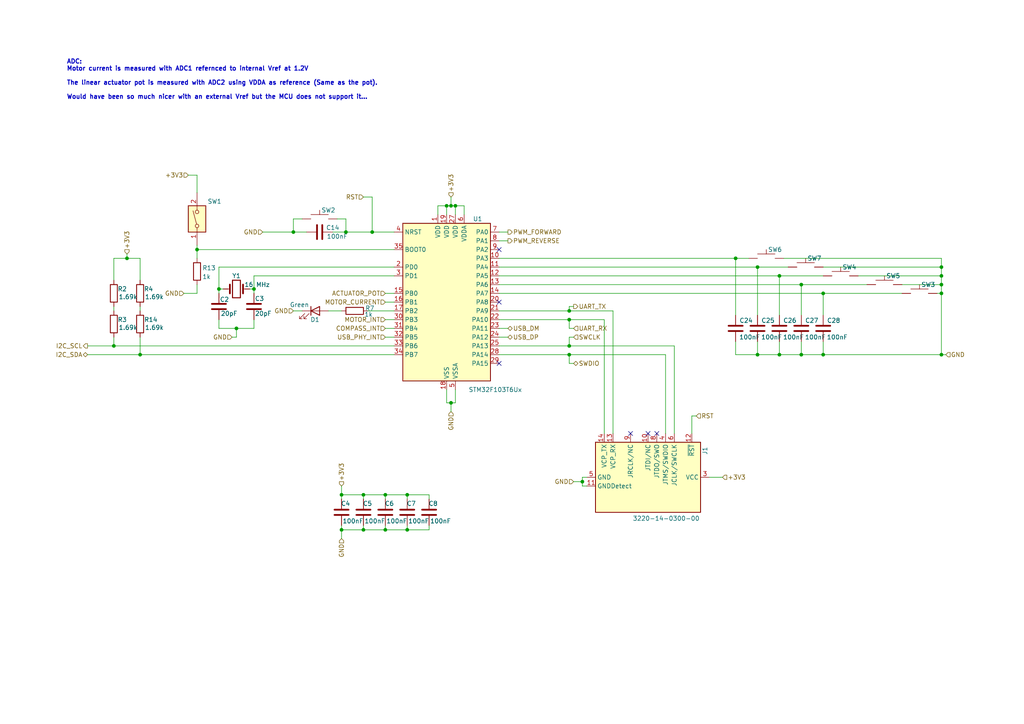
<source format=kicad_sch>
(kicad_sch (version 20231120) (generator "eeschema") (generator_version "8.0")
  (paper "A4")
  (title_block (title "Processor") (date "2024-07-27") (rev "A"))
  (lib_symbols
    (symbol "Connector:Conn_ST_STDC14"
      (property "Reference" "J" (at -8.89 16.51 0))
      (property "Value" "Conn_ST_STDC14" (at 17.78 16.51 0))
      (symbol "Conn_ST_STDC14_0_1"
        (rectangle (start -10.16 15.24) (end 10.16 -15.24) (stroke (width 0.254)) (fill (type background)))
      )
      (symbol "Conn_ST_STDC14_1_1"
        (pin no_connect line (at -10.16 5.08 0) (length 2.54) hide (name "NC") (number "1"))
        (pin output line (at 12.7 0 180) (length 2.54) (name "JTDI/NC") (number "10"))
        (pin passive line (at -2.54 -17.78 90) (length 2.54) (name "GNDDetect") (number "11"))
        (pin open_collector line (at 12.7 12.7 180) (length 2.54) (name "~{RST}") (number "12"))
        (pin output line (at 12.7 -10.16 180) (length 2.54) (name "VCP_RX") (number "13"))
        (pin input line (at 12.7 -12.7 180) (length 2.54) (name "VCP_TX") (number "14"))
        (pin no_connect line (at -10.16 2.54 0) (length 2.54) hide (name "NC") (number "2"))
        (pin power_in line (at 0 17.78 270) (length 2.54) (name "VCC") (number "3"))
        (pin bidirectional line (at 12.7 5.08 180) (length 2.54) (name "JTMS/SWDIO") (number "4"))
        (pin power_in line (at 0 -17.78 90) (length 2.54) (name "GND") (number "5"))
        (pin output line (at 12.7 7.62 180) (length 2.54) (name "JCLK/SWCLK") (number "6"))
        (pin passive line (at 0 -17.78 90) (length 2.54) hide (name "GND") (number "7"))
        (pin input line (at 12.7 2.54 180) (length 2.54) (name "JTDO/SWO") (number "8"))
        (pin input line (at 12.7 -5.08 180) (length 2.54) (name "JRCLK/NC") (number "9"))
      )
    )
    (symbol "Device:C" (pin_numbers hide) (pin_names (offset 0.254))
      (property "Reference" "C" (at 0.635 2.54 0))
      (property "Value" "C" (at 0.635 -2.54 0))
      (symbol "C_0_1"
        (polyline (pts (xy -2.032 -0.762) (xy 2.032 -0.762)) (stroke (width 0.508)))
        (polyline (pts (xy -2.032 0.762) (xy 2.032 0.762)) (stroke (width 0.508)))
      )
      (symbol "C_1_1"
        (pin passive line (at 0 3.81 270) (length 2.794) (name "~") (number "1"))
        (pin passive line (at 0 -3.81 90) (length 2.794) (name "~") (number "2"))
      )
    )
    (symbol "Device:Crystal" (pin_numbers hide) (pin_names (offset 1.016) hide)
      (property "Reference" "Y" (at 0 3.81 0))
      (property "Value" "Crystal" (at 0 -3.81 0))
      (symbol "Crystal_0_1"
        (rectangle (start -1.143 2.54) (end 1.143 -2.54) (stroke (width 0.3048)))
        (polyline (pts (xy -2.54 0) (xy -1.905 0)))
        (polyline (pts (xy -1.905 -1.27) (xy -1.905 1.27)) (stroke (width 0.508)))
        (polyline (pts (xy 1.905 -1.27) (xy 1.905 1.27)) (stroke (width 0.508)))
        (polyline (pts (xy 2.54 0) (xy 1.905 0)))
      )
      (symbol "Crystal_1_1"
        (pin passive line (at -3.81 0 0) (length 1.27) (name "1") (number "1"))
        (pin passive line (at 3.81 0 180) (length 1.27) (name "2") (number "2"))
      )
    )
    (symbol "Device:LED" (pin_numbers hide) (pin_names (offset 1.016) hide)
      (property "Reference" "D" (at 0 2.54 0))
      (property "Value" "LED" (at 0 -2.54 0))
      (symbol "LED_0_1"
        (polyline (pts (xy -1.27 -1.27) (xy -1.27 1.27)) (stroke (width 0.254)))
        (polyline (pts (xy -1.27 0) (xy 1.27 0)))
        (polyline (pts (xy 1.27 -1.27) (xy 1.27 1.27) (xy -1.27 0) (xy 1.27 -1.27)) (stroke (width 0.254)))
        (polyline (pts (xy -3.048 -0.762) (xy -4.572 -2.286) (xy -3.81 -2.286) (xy -4.572 -2.286) (xy -4.572 -1.524)))
        (polyline (pts (xy -1.778 -0.762) (xy -3.302 -2.286) (xy -2.54 -2.286) (xy -3.302 -2.286) (xy -3.302 -1.524)))
      )
      (symbol "LED_1_1"
        (pin passive line (at -3.81 0 0) (length 2.54) (name "K") (number "1"))
        (pin passive line (at 3.81 0 180) (length 2.54) (name "A") (number "2"))
      )
    )
    (symbol "Device:R" (pin_numbers hide) (pin_names (offset 0))
      (property "Reference" "R" (at 2.032 0 90))
      (property "Value" "R" (at 0 0 90))
      (symbol "R_0_1"
        (rectangle (start -1.016 -2.54) (end 1.016 2.54) (stroke (width 0.254)))
      )
      (symbol "R_1_1"
        (pin passive line (at 0 3.81 270) (length 1.27) (name "~") (number "1"))
        (pin passive line (at 0 -3.81 90) (length 1.27) (name "~") (number "2"))
      )
    )
    (symbol "MCU_ST_STM32F1:STM32F103T6Ux"
      (property "Reference" "U" (at -12.7 24.13 0))
      (property "Value" "STM32F103T6Ux" (at 7.62 24.13 0))
      (symbol "STM32F103T6Ux_0_1"
        (rectangle (start -12.7 -22.86) (end 12.7 22.86) (stroke (width 0.254)) (fill (type background)))
      )
      (symbol "STM32F103T6Ux_1_1"
        (pin power_in line (at -2.54 25.4 270) (length 2.54) (name "VDD") (number "1"))
        (pin bidirectional line (at 15.24 12.7 180) (length 2.54) (name "PA3") (number "10"))
        (pin bidirectional line (at 15.24 10.16 180) (length 2.54) (name "PA4") (number "11"))
        (pin bidirectional line (at 15.24 7.62 180) (length 2.54) (name "PA5") (number "12"))
        (pin bidirectional line (at 15.24 5.08 180) (length 2.54) (name "PA6") (number "13"))
        (pin bidirectional line (at 15.24 2.54 180) (length 2.54) (name "PA7") (number "14"))
        (pin bidirectional line (at -15.24 2.54 0) (length 2.54) (name "PB0") (number "15"))
        (pin bidirectional line (at -15.24 0 0) (length 2.54) (name "PB1") (number "16"))
        (pin bidirectional line (at -15.24 -2.54 0) (length 2.54) (name "PB2") (number "17"))
        (pin power_in line (at 0 -25.4 90) (length 2.54) (name "VSS") (number "18"))
        (pin power_in line (at 0 25.4 270) (length 2.54) (name "VDD") (number "19"))
        (pin bidirectional line (at -15.24 10.16 0) (length 2.54) (name "PD0") (number "2"))
        (pin bidirectional line (at 15.24 0 180) (length 2.54) (name "PA8") (number "20"))
        (pin bidirectional line (at 15.24 -2.54 180) (length 2.54) (name "PA9") (number "21"))
        (pin bidirectional line (at 15.24 -5.08 180) (length 2.54) (name "PA10") (number "22"))
        (pin bidirectional line (at 15.24 -7.62 180) (length 2.54) (name "PA11") (number "23"))
        (pin bidirectional line (at 15.24 -10.16 180) (length 2.54) (name "PA12") (number "24"))
        (pin bidirectional line (at 15.24 -12.7 180) (length 2.54) (name "PA13") (number "25"))
        (pin passive line (at 0 -25.4 90) (length 2.54) hide (name "VSS") (number "26"))
        (pin power_in line (at 2.54 25.4 270) (length 2.54) (name "VDD") (number "27"))
        (pin bidirectional line (at 15.24 -15.24 180) (length 2.54) (name "PA14") (number "28"))
        (pin bidirectional line (at 15.24 -17.78 180) (length 2.54) (name "PA15") (number "29"))
        (pin bidirectional line (at -15.24 7.62 0) (length 2.54) (name "PD1") (number "3"))
        (pin bidirectional line (at -15.24 -5.08 0) (length 2.54) (name "PB3") (number "30"))
        (pin bidirectional line (at -15.24 -7.62 0) (length 2.54) (name "PB4") (number "31"))
        (pin bidirectional line (at -15.24 -10.16 0) (length 2.54) (name "PB5") (number "32"))
        (pin bidirectional line (at -15.24 -12.7 0) (length 2.54) (name "PB6") (number "33"))
        (pin bidirectional line (at -15.24 -15.24 0) (length 2.54) (name "PB7") (number "34"))
        (pin input line (at -15.24 15.24 0) (length 2.54) (name "BOOT0") (number "35"))
        (pin passive line (at 0 -25.4 90) (length 2.54) hide (name "VSS") (number "36"))
        (pin passive line (at 0 -25.4 90) (length 2.54) hide (name "VSS") (number "37"))
        (pin input line (at -15.24 20.32 0) (length 2.54) (name "NRST") (number "4"))
        (pin power_in line (at 2.54 -25.4 90) (length 2.54) (name "VSSA") (number "5"))
        (pin power_in line (at 5.08 25.4 270) (length 2.54) (name "VDDA") (number "6"))
        (pin bidirectional line (at 15.24 20.32 180) (length 2.54) (name "PA0") (number "7"))
        (pin bidirectional line (at 15.24 17.78 180) (length 2.54) (name "PA1") (number "8"))
        (pin bidirectional line (at 15.24 15.24 180) (length 2.54) (name "PA2") (number "9"))
      )
    )
    (symbol "NyaCentralenheten:Switch" (pin_numbers hide) (pin_names hide)
      (property "Reference" "SW" (at 2.54 2.54 0))
      (symbol "Switch_0_1"
        (polyline (pts (xy -2.54 1.27) (xy 2.54 1.27)))
        (polyline (pts (xy 0 1.27) (xy 0 2.54)))
      )
      (symbol "Switch_1_1"
        (pin passive line (at -5.08 0 0) (length 2.54) (name "") (number "1"))
        (pin passive line (at 5.08 0 180) (length 2.54) (name "") (number "2"))
      )
    )
    (symbol "Switch:SW_DIP_x01" (pin_names (offset 0) hide)
      (property "Reference" "SW" (at 0 3.81 0))
      (property "Value" "SW_DIP_x01" (at 0 -3.81 0))
      (symbol "SW_DIP_x01_0_0"
        (circle (center -2.032 0) (radius 0.508))
        (polyline (pts (xy -1.524 0.127) (xy 2.3622 1.1684)))
        (circle (center 2.032 0) (radius 0.508))
      )
      (symbol "SW_DIP_x01_0_1"
        (rectangle (start -3.81 2.54) (end 3.81 -2.54) (stroke (width 0.254)) (fill (type background)))
      )
      (symbol "SW_DIP_x01_1_1"
        (pin passive line (at -7.62 0 0) (length 5.08) (name "~") (number "1"))
        (pin passive line (at 7.62 0 180) (length 5.08) (name "~") (number "2"))
      )
    )
  )
  (junction (at 273.05 82.55))
  (junction (at 99.06 143.51))
  (junction (at 238.76 102.87))
  (junction (at 36.83 74.93))
  (junction (at 132.08 59.69))
  (junction (at 165.1 100.33))
  (junction (at 68.58 95.25))
  (junction (at 107.95 67.31))
  (junction (at 273.05 102.87))
  (junction (at 111.76 143.51))
  (junction (at 238.76 85.09))
  (junction (at 273.05 85.09))
  (junction (at 85.09 67.31))
  (junction (at 168.91 139.7))
  (junction (at 232.41 82.55))
  (junction (at 226.06 102.87))
  (junction (at 129.54 59.69))
  (junction (at 40.64 102.87))
  (junction (at 118.11 153.67))
  (junction (at 111.76 153.67))
  (junction (at 100.33 67.31))
  (junction (at 232.41 102.87))
  (junction (at 273.05 80.01))
  (junction (at 105.41 153.67))
  (junction (at 226.06 80.01))
  (junction (at 130.81 59.69))
  (junction (at 165.1 92.71))
  (junction (at 105.41 143.51))
  (junction (at 73.66 83.82))
  (junction (at 165.1 90.17))
  (junction (at 273.05 77.47))
  (junction (at 99.06 153.67))
  (junction (at 130.81 116.84))
  (junction (at 219.71 77.47))
  (junction (at 57.15 72.39))
  (junction (at 63.5 83.82))
  (junction (at 219.71 102.87))
  (junction (at 33.02 100.33))
  (junction (at 213.36 74.93))
  (junction (at 118.11 143.51))
  (junction (at 165.1 102.87))
  (no_connect (at 182.88 125.73))
  (no_connect (at 190.5 125.73))
  (no_connect (at 144.78 72.39))
  (no_connect (at 144.78 87.63))
  (no_connect (at 144.78 105.41))
  (no_connect (at 187.96 125.73))
  (wire (pts (xy 144.78 69.85) (xy 147.32 69.85)))
  (wire (pts (xy 200.66 120.65) (xy 200.66 125.73)))
  (wire (pts (xy 96.52 67.31) (xy 100.33 67.31)))
  (wire (pts (xy 226.06 102.87) (xy 232.41 102.87)))
  (wire (pts (xy 111.76 153.67) (xy 118.11 153.67)))
  (wire (pts (xy 168.91 138.43) (xy 168.91 139.7)))
  (wire (pts (xy 68.58 97.79) (xy 68.58 95.25)))
  (wire (pts (xy 134.62 59.69) (xy 134.62 62.23)))
  (wire (pts (xy 100.33 67.31) (xy 107.95 67.31)))
  (wire (pts (xy 232.41 82.55) (xy 251.46 82.55)))
  (wire (pts (xy 63.5 92.71) (xy 63.5 95.25)))
  (wire (pts (xy 132.08 59.69) (xy 132.08 62.23)))
  (wire (pts (xy 144.78 100.33) (xy 165.1 100.33)))
  (wire (pts (xy 238.76 85.09) (xy 261.62 85.09)))
  (wire (pts (xy 144.78 67.31) (xy 147.32 67.31)))
  (wire (pts (xy 273.05 102.87) (xy 274.32 102.87)))
  (wire (pts (xy 124.46 152.4) (xy 124.46 153.67)))
  (wire (pts (xy 226.06 80.01) (xy 226.06 91.44)))
  (wire (pts (xy 25.4 100.33) (xy 33.02 100.33)))
  (wire (pts (xy 25.4 102.87) (xy 40.64 102.87)))
  (wire (pts (xy 99.06 143.51) (xy 99.06 144.78)))
  (wire (pts (xy 127 59.69) (xy 129.54 59.69)))
  (wire (pts (xy 144.78 80.01) (xy 226.06 80.01)))
  (wire (pts (xy 105.41 57.15) (xy 107.95 57.15)))
  (wire (pts (xy 232.41 102.87) (xy 238.76 102.87)))
  (wire (pts (xy 219.71 77.47) (xy 219.71 91.44)))
  (wire (pts (xy 144.78 95.25) (xy 147.32 95.25)))
  (wire (pts (xy 118.11 143.51) (xy 124.46 143.51)))
  (wire (pts (xy 165.1 92.71) (xy 175.26 92.71)))
  (wire (pts (xy 232.41 99.06) (xy 232.41 102.87)))
  (wire (pts (xy 97.79 63.5) (xy 100.33 63.5)))
  (wire (pts (xy 129.54 59.69) (xy 129.54 62.23)))
  (wire (pts (xy 129.54 116.84) (xy 130.81 116.84)))
  (wire (pts (xy 195.58 100.33) (xy 195.58 125.73)))
  (wire (pts (xy 273.05 74.93) (xy 273.05 77.47)))
  (wire (pts (xy 36.83 74.93) (xy 40.64 74.93)))
  (wire (pts (xy 130.81 116.84) (xy 132.08 116.84)))
  (wire (pts (xy 105.41 144.78) (xy 105.41 143.51)))
  (wire (pts (xy 111.76 143.51) (xy 118.11 143.51)))
  (wire (pts (xy 144.78 77.47) (xy 219.71 77.47)))
  (wire (pts (xy 33.02 88.9) (xy 33.02 90.17)))
  (wire (pts (xy 57.15 50.8) (xy 57.15 55.88)))
  (wire (pts (xy 111.76 87.63) (xy 114.3 87.63)))
  (wire (pts (xy 170.18 138.43) (xy 168.91 138.43)))
  (wire (pts (xy 40.64 88.9) (xy 40.64 90.17)))
  (wire (pts (xy 193.04 102.87) (xy 193.04 125.73)))
  (wire (pts (xy 107.95 57.15) (xy 107.95 67.31)))
  (wire (pts (xy 63.5 77.47) (xy 63.5 83.82)))
  (wire (pts (xy 73.66 95.25) (xy 73.66 92.71)))
  (wire (pts (xy 232.41 82.55) (xy 232.41 91.44)))
  (wire (pts (xy 57.15 82.55) (xy 57.15 85.09)))
  (wire (pts (xy 54.61 50.8) (xy 57.15 50.8)))
  (wire (pts (xy 88.9 67.31) (xy 85.09 67.31)))
  (wire (pts (xy 248.92 80.01) (xy 273.05 80.01)))
  (wire (pts (xy 124.46 144.78) (xy 124.46 143.51)))
  (wire (pts (xy 165.1 95.25) (xy 166.37 95.25)))
  (wire (pts (xy 144.78 90.17) (xy 165.1 90.17)))
  (wire (pts (xy 213.36 102.87) (xy 219.71 102.87)))
  (wire (pts (xy 132.08 113.03) (xy 132.08 116.84)))
  (wire (pts (xy 111.76 143.51) (xy 111.76 144.78)))
  (wire (pts (xy 144.78 85.09) (xy 238.76 85.09)))
  (wire (pts (xy 40.64 74.93) (xy 40.64 81.28)))
  (wire (pts (xy 85.09 63.5) (xy 87.63 63.5)))
  (wire (pts (xy 130.81 116.84) (xy 130.81 119.38)))
  (wire (pts (xy 219.71 99.06) (xy 219.71 102.87)))
  (wire (pts (xy 63.5 85.09) (xy 63.5 83.82)))
  (wire (pts (xy 111.76 92.71) (xy 114.3 92.71)))
  (wire (pts (xy 53.34 85.09) (xy 57.15 85.09)))
  (wire (pts (xy 73.66 80.01) (xy 114.3 80.01)))
  (wire (pts (xy 85.09 67.31) (xy 85.09 63.5)))
  (wire (pts (xy 118.11 153.67) (xy 124.46 153.67)))
  (wire (pts (xy 170.18 140.97) (xy 168.91 140.97)))
  (wire (pts (xy 107.95 67.31) (xy 114.3 67.31)))
  (wire (pts (xy 33.02 97.79) (xy 33.02 100.33)))
  (wire (pts (xy 129.54 113.03) (xy 129.54 116.84)))
  (wire (pts (xy 175.26 92.71) (xy 175.26 125.73)))
  (wire (pts (xy 57.15 72.39) (xy 57.15 71.12)))
  (wire (pts (xy 118.11 152.4) (xy 118.11 153.67)))
  (wire (pts (xy 165.1 100.33) (xy 195.58 100.33)))
  (wire (pts (xy 40.64 102.87) (xy 114.3 102.87)))
  (wire (pts (xy 165.1 90.17) (xy 177.8 90.17)))
  (wire (pts (xy 57.15 72.39) (xy 114.3 72.39)))
  (wire (pts (xy 72.39 83.82) (xy 73.66 83.82)))
  (wire (pts (xy 165.1 95.25) (xy 165.1 92.71)))
  (wire (pts (xy 238.76 77.47) (xy 273.05 77.47)))
  (wire (pts (xy 33.02 100.33) (xy 114.3 100.33)))
  (wire (pts (xy 144.78 92.71) (xy 165.1 92.71)))
  (wire (pts (xy 213.36 102.87) (xy 213.36 99.06)))
  (wire (pts (xy 127 62.23) (xy 127 59.69)))
  (wire (pts (xy 273.05 80.01) (xy 273.05 82.55)))
  (wire (pts (xy 238.76 99.06) (xy 238.76 102.87)))
  (wire (pts (xy 33.02 74.93) (xy 36.83 74.93)))
  (wire (pts (xy 105.41 152.4) (xy 105.41 153.67)))
  (wire (pts (xy 144.78 97.79) (xy 147.32 97.79)))
  (wire (pts (xy 238.76 102.87) (xy 273.05 102.87)))
  (wire (pts (xy 168.91 140.97) (xy 168.91 139.7)))
  (wire (pts (xy 144.78 102.87) (xy 165.1 102.87)))
  (wire (pts (xy 213.36 74.93) (xy 213.36 91.44)))
  (wire (pts (xy 130.81 57.15) (xy 130.81 59.69)))
  (wire (pts (xy 165.1 102.87) (xy 193.04 102.87)))
  (wire (pts (xy 111.76 152.4) (xy 111.76 153.67)))
  (wire (pts (xy 67.31 97.79) (xy 68.58 97.79)))
  (wire (pts (xy 132.08 59.69) (xy 134.62 59.69)))
  (wire (pts (xy 99.06 153.67) (xy 105.41 153.67)))
  (wire (pts (xy 73.66 83.82) (xy 73.66 80.01)))
  (wire (pts (xy 130.81 59.69) (xy 132.08 59.69)))
  (wire (pts (xy 129.54 59.69) (xy 130.81 59.69)))
  (wire (pts (xy 219.71 102.87) (xy 226.06 102.87)))
  (wire (pts (xy 219.71 77.47) (xy 228.6 77.47)))
  (wire (pts (xy 111.76 95.25) (xy 114.3 95.25)))
  (wire (pts (xy 118.11 144.78) (xy 118.11 143.51)))
  (wire (pts (xy 213.36 74.93) (xy 217.17 74.93)))
  (wire (pts (xy 63.5 95.25) (xy 68.58 95.25)))
  (wire (pts (xy 87.63 90.17) (xy 85.09 90.17)))
  (wire (pts (xy 100.33 63.5) (xy 100.33 67.31)))
  (wire (pts (xy 63.5 77.47) (xy 114.3 77.47)))
  (wire (pts (xy 76.2 67.31) (xy 85.09 67.31)))
  (wire (pts (xy 99.06 152.4) (xy 99.06 153.67)))
  (wire (pts (xy 105.41 143.51) (xy 111.76 143.51)))
  (wire (pts (xy 73.66 85.09) (xy 73.66 83.82)))
  (wire (pts (xy 99.06 90.17) (xy 95.25 90.17)))
  (wire (pts (xy 261.62 82.55) (xy 273.05 82.55)))
  (wire (pts (xy 165.1 97.79) (xy 166.37 97.79)))
  (wire (pts (xy 40.64 97.79) (xy 40.64 102.87)))
  (wire (pts (xy 111.76 97.79) (xy 114.3 97.79)))
  (wire (pts (xy 106.68 90.17) (xy 114.3 90.17)))
  (wire (pts (xy 99.06 143.51) (xy 105.41 143.51)))
  (wire (pts (xy 165.1 88.9) (xy 165.1 90.17)))
  (wire (pts (xy 238.76 85.09) (xy 238.76 91.44)))
  (wire (pts (xy 165.1 105.41) (xy 166.37 105.41)))
  (wire (pts (xy 226.06 80.01) (xy 238.76 80.01)))
  (wire (pts (xy 168.91 139.7) (xy 166.37 139.7)))
  (wire (pts (xy 33.02 74.93) (xy 33.02 81.28)))
  (wire (pts (xy 99.06 153.67) (xy 99.06 156.21)))
  (wire (pts (xy 73.66 95.25) (xy 68.58 95.25)))
  (wire (pts (xy 273.05 85.09) (xy 273.05 102.87)))
  (wire (pts (xy 99.06 140.97) (xy 99.06 143.51)))
  (wire (pts (xy 144.78 74.93) (xy 213.36 74.93)))
  (wire (pts (xy 165.1 102.87) (xy 165.1 105.41)))
  (wire (pts (xy 36.83 73.66) (xy 36.83 74.93)))
  (wire (pts (xy 57.15 72.39) (xy 57.15 74.93)))
  (wire (pts (xy 177.8 90.17) (xy 177.8 125.73)))
  (wire (pts (xy 111.76 85.09) (xy 114.3 85.09)))
  (wire (pts (xy 105.41 153.67) (xy 111.76 153.67)))
  (wire (pts (xy 165.1 88.9) (xy 166.37 88.9)))
  (wire (pts (xy 205.74 138.43) (xy 209.55 138.43)))
  (wire (pts (xy 144.78 82.55) (xy 232.41 82.55)))
  (wire (pts (xy 273.05 77.47) (xy 273.05 80.01)))
  (wire (pts (xy 64.77 83.82) (xy 63.5 83.82)))
  (wire (pts (xy 273.05 82.55) (xy 273.05 85.09)))
  (wire (pts (xy 227.33 74.93) (xy 273.05 74.93)))
  (wire (pts (xy 271.78 85.09) (xy 273.05 85.09)))
  (wire (pts (xy 226.06 99.06) (xy 226.06 102.87)))
  (wire (pts (xy 165.1 97.79) (xy 165.1 100.33)))
  (wire (pts (xy 201.93 120.65) (xy 200.66 120.65)))
  (text "ADC:\nMotor current is measured with ADC1 refernced to internal Vref at 1.2V\n\nThe linear actuator pot is measured with ADC2 using VDDA as reference (Same as the pot).\n\nWould have been so much nicer with an external Vref but the MCU does not support it..." (at 19.304 23.114 0) (effects (font (size 1.27 1.27) (thickness 0.254) (bold yes)) (justify left)))
  (hierarchical_label "GND" (shape input) (at 76.2 67.31 180))
  (hierarchical_label "+3V3" (shape input) (at 209.55 138.43 0))
  (hierarchical_label "PWM_REVERSE" (shape output) (at 147.32 69.85 0))
  (hierarchical_label "MOTOR_CURRENT" (shape input) (at 111.76 87.63 180))
  (hierarchical_label "PWM_FORWARD" (shape output) (at 147.32 67.31 0))
  (hierarchical_label "GND" (shape input) (at 53.34 85.09 180))
  (hierarchical_label "MOTOR_INT" (shape input) (at 111.76 92.71 180))
  (hierarchical_label "GND" (shape input) (at 85.09 90.17 180))
  (hierarchical_label "+3V3" (shape input) (at 36.83 73.66 90))
  (hierarchical_label "+3V3" (shape input) (at 54.61 50.8 180))
  (hierarchical_label "USB_PHY_INT" (shape input) (at 111.76 97.79 180))
  (hierarchical_label "UART_RX" (shape input) (at 166.37 95.25 0))
  (hierarchical_label "RST" (shape input) (at 105.41 57.15 180))
  (hierarchical_label "+3V3" (shape input) (at 99.06 140.97 90))
  (hierarchical_label "I2C_SCL" (shape output) (at 25.4 100.33 180))
  (hierarchical_label "I2C_SDA" (shape bidirectional) (at 25.4 102.87 180))
  (hierarchical_label "GND" (shape input) (at 130.81 119.38 270))
  (hierarchical_label "UART_TX" (shape output) (at 166.37 88.9 0))
  (hierarchical_label "GND" (shape input) (at 99.06 156.21 270))
  (hierarchical_label "COMPASS_INT" (shape input) (at 111.76 95.25 180))
  (hierarchical_label "+3V3" (shape input) (at 130.81 57.15 90))
  (hierarchical_label "RST" (shape input) (at 201.93 120.65 0))
  (hierarchical_label "GND" (shape input) (at 166.37 139.7 180))
  (hierarchical_label "USB_DM" (shape bidirectional) (at 147.32 95.25 0))
  (hierarchical_label "GND" (shape input) (at 274.32 102.87 0))
  (hierarchical_label "USB_DP" (shape bidirectional) (at 147.32 97.79 0))
  (hierarchical_label "SWCLK" (shape input) (at 166.37 97.79 0))
  (hierarchical_label "ACTUATOR_POT" (shape input) (at 111.76 85.09 180))
  (hierarchical_label "GND" (shape input) (at 67.31 97.79 180))
  (hierarchical_label "SWDIO" (shape bidirectional) (at 166.37 105.41 0))
  (symbol (lib_id "Device:C") (at 232.41 95.25 0) (unit 1)
    (property "Reference" "C27" (at 235.458 92.964 0))
    (property "Value" "100nF" (at 236.474 97.79 0))
    (property "Footprint" "Capacitor_SMD:C_0603_1608Metric" (effects (hide yes)))
    (property "Voltage" "25V" (effects (hide yes)))
  )
  (symbol (lib_id "NyaCentralenheten:Switch") (at 243.84 80.01 0) (unit 1)
    (property "Reference" "SW4" (at 246.38 77.47 0))
    (property "Value" "TS04-66-65-BK-160-SMT" (effects (hide yes)))
    (property "Footprint" "AutoTiller:TS04-66-65-BK-160-SMT" (effects (hide yes)))
    (property "Datasheet" "https://www.cuidevices.com/product/resource/ts04.pdf" (effects (hide yes)))
  )
  (symbol (lib_id "NyaCentralenheten:Switch") (at 222.25 74.93 0) (unit 1)
    (property "Reference" "SW6" (at 224.79 72.39 0))
    (property "Value" "TS04-66-65-BK-160-SMT" (effects (hide yes)))
    (property "Footprint" "AutoTiller:TS04-66-65-BK-160-SMT" (effects (hide yes)))
    (property "Datasheet" "https://www.cuidevices.com/product/resource/ts04.pdf" (effects (hide yes)))
  )
  (symbol (lib_id "Switch:SW_DIP_x01") (at 57.15 63.5 90) (unit 1)
    (property "Reference" "SW1" (at 62.23 58.42 90))
    (property "Value" "DS04-254-2L-01BK" (effects (hide yes)))
    (property "Footprint" "AutoTiller:DS04-254-2L-01BK" (effects (hide yes)))
    (property "Datasheet" "https://www.cuidevices.com/product/resource/ds04-254-smt.pdf" (effects (hide yes)))
  )
  (symbol (lib_id "Device:Crystal") (at 68.58 83.82 180) (unit 1)
    (property "Reference" "Y1" (at 67.31 80.01 0) (effects (justify right)))
    (property "Value" "16 MHz" (at 70.866 82.55 0) (effects (justify right)))
    (property "Footprint" "Crystal:Crystal_HC49-U_Vertical" (effects (hide yes)))
  )
  (symbol (lib_id "NyaCentralenheten:Switch") (at 92.71 63.5 0) (unit 1)
    (property "Reference" "SW2" (at 95.25 60.96 0))
    (property "Value" "TS04-66-65-BK-160-SMT" (effects (hide yes)))
    (property "Footprint" "AutoTiller:TS04-66-65-BK-160-SMT" (effects (hide yes)))
    (property "Datasheet" "https://www.cuidevices.com/product/resource/ts04.pdf" (effects (hide yes)))
  )
  (symbol (lib_id "Device:C") (at 105.41 148.59 0) (mirror y) (unit 1)
    (property "Reference" "C5" (at 107.95 146.05 0) (effects (justify left)))
    (property "Value" "100nF" (at 111.76 151.13 0) (effects (justify left)))
    (property "Footprint" "Capacitor_SMD:C_0603_1608Metric" (effects (hide yes)))
    (property "Voltage" "50V" (effects (hide yes)))
  )
  (symbol (lib_id "NyaCentralenheten:Switch") (at 256.54 82.55 0) (unit 1)
    (property "Reference" "SW5" (at 259.08 80.01 0))
    (property "Value" "TS04-66-65-BK-160-SMT" (effects (hide yes)))
    (property "Footprint" "AutoTiller:TS04-66-65-BK-160-SMT" (effects (hide yes)))
    (property "Datasheet" "https://www.cuidevices.com/product/resource/ts04.pdf" (effects (hide yes)))
  )
  (symbol (lib_id "Device:R") (at 40.64 93.98 180) (unit 1)
    (property "Reference" "R14" (at 45.72 92.71 0) (effects (justify left)))
    (property "Value" "1.69k" (at 47.498 94.996 0) (effects (justify left)))
    (property "Footprint" "Resistor_SMD:R_0603_1608Metric" (effects (hide yes)))
  )
  (symbol (lib_id "Device:R") (at 102.87 90.17 270) (unit 1)
    (property "Reference" "R7" (at 105.918 89.408 90) (effects (justify left)))
    (property "Value" "1k" (at 105.664 91.186 90) (effects (justify left)))
    (property "Footprint" "Resistor_SMD:R_0603_1608Metric" (effects (hide yes)))
  )
  (symbol (lib_id "NyaCentralenheten:Switch") (at 233.68 77.47 0) (unit 1)
    (property "Reference" "SW7" (at 236.22 74.93 0))
    (property "Value" "TS04-66-65-BK-160-SMT" (effects (hide yes)))
    (property "Footprint" "AutoTiller:TS04-66-65-BK-160-SMT" (effects (hide yes)))
    (property "Datasheet" "https://www.cuidevices.com/product/resource/ts04.pdf" (effects (hide yes)))
  )
  (symbol (lib_id "Device:C") (at 213.36 95.25 0) (unit 1)
    (property "Reference" "C24" (at 216.408 92.964 0))
    (property "Value" "100nF" (at 217.424 97.79 0))
    (property "Footprint" "Capacitor_SMD:C_0603_1608Metric" (effects (hide yes)))
    (property "Voltage" "25V" (effects (hide yes)))
  )
  (symbol (lib_id "Device:C") (at 99.06 148.59 0) (mirror y) (unit 1)
    (property "Reference" "C4" (at 101.6 146.05 0) (effects (justify left)))
    (property "Value" "100nF" (at 105.41 151.13 0) (effects (justify left)))
    (property "Footprint" "Capacitor_SMD:C_0603_1608Metric" (effects (hide yes)))
    (property "Voltage" "50V" (effects (hide yes)))
  )
  (symbol (lib_id "Device:C") (at 73.66 88.9 0) (mirror x) (unit 1)
    (property "Reference" "C3" (at 73.914 86.614 0) (effects (justify left)))
    (property "Value" "20pF" (at 73.914 90.932 0) (effects (justify left)))
    (property "Footprint" "Capacitor_SMD:C_0603_1608Metric" (effects (hide yes)))
    (property "Voltage" "50V" (effects (hide yes)))
  )
  (symbol (lib_id "Device:C") (at 118.11 148.59 0) (mirror y) (unit 1)
    (property "Reference" "C7" (at 120.65 146.05 0) (effects (justify left)))
    (property "Value" "100nF" (at 124.46 151.13 0) (effects (justify left)))
    (property "Footprint" "Capacitor_SMD:C_0603_1608Metric" (effects (hide yes)))
    (property "Voltage" "50V" (effects (hide yes)))
  )
  (symbol (lib_id "MCU_ST_STM32F1:STM32F103T6Ux") (at 129.54 87.63 0) (unit 1)
    (property "Reference" "U1" (at 137.16 63.5 0) (effects (justify left)))
    (property "Value" "STM32F103T6Ux" (at 135.89 113.03 0) (effects (justify left)))
    (property "Footprint" "Package_DFN_QFN:QFN-36-1EP_6x6mm_P0.5mm_EP4.1x4.1mm" (effects (hide yes)))
    (property "Datasheet" "https://www.st.com/resource/en/datasheet/stm32f103t6.pdf" (effects (hide yes)))
  )
  (symbol (lib_id "Device:C") (at 63.5 88.9 0) (mirror x) (unit 1)
    (property "Reference" "C2" (at 63.754 86.868 0) (effects (justify left)))
    (property "Value" "20pF" (at 64.008 90.932 0) (effects (justify left)))
    (property "Footprint" "Capacitor_SMD:C_0603_1608Metric" (effects (hide yes)))
    (property "Voltage" "50V" (effects (hide yes)))
  )
  (symbol (lib_id "Device:C") (at 219.71 95.25 0) (unit 1)
    (property "Reference" "C25" (at 222.758 92.964 0))
    (property "Value" "100nF" (at 223.774 97.79 0))
    (property "Footprint" "Capacitor_SMD:C_0603_1608Metric" (effects (hide yes)))
    (property "Voltage" "25V" (effects (hide yes)))
  )
  (symbol (lib_id "Device:R") (at 33.02 93.98 180) (unit 1)
    (property "Reference" "R3" (at 36.83 92.71 0) (effects (justify left)))
    (property "Value" "1.69k" (at 39.878 94.996 0) (effects (justify left)))
    (property "Footprint" "Resistor_SMD:R_0603_1608Metric" (effects (hide yes)))
  )
  (symbol (lib_id "Device:C") (at 124.46 148.59 0) (mirror y) (unit 1)
    (property "Reference" "C8" (at 127 146.05 0) (effects (justify left)))
    (property "Value" "100nF" (at 130.81 151.13 0) (effects (justify left)))
    (property "Footprint" "Capacitor_SMD:C_0603_1608Metric" (effects (hide yes)))
    (property "Voltage" "50V" (effects (hide yes)))
  )
  (symbol (lib_id "Device:C") (at 111.76 148.59 0) (mirror y) (unit 1)
    (property "Reference" "C6" (at 114.3 146.05 0) (effects (justify left)))
    (property "Value" "100nF" (at 118.11 151.13 0) (effects (justify left)))
    (property "Footprint" "Capacitor_SMD:C_0603_1608Metric" (effects (hide yes)))
    (property "Voltage" "50V" (effects (hide yes)))
  )
  (symbol (lib_id "Device:C") (at 92.71 67.31 90) (unit 1)
    (property "Reference" "C14" (at 96.52 66.04 90))
    (property "Value" "100nF" (at 97.79 68.58 90))
    (property "Footprint" "Capacitor_SMD:C_0603_1608Metric" (effects (hide yes)))
    (property "Voltage" "25V" (effects (hide yes)))
  )
  (symbol (lib_id "NyaCentralenheten:Switch") (at 266.7 85.09 0) (unit 1)
    (property "Reference" "SW3" (at 269.24 82.55 0))
    (property "Value" "TS04-66-65-BK-160-SMT" (effects (hide yes)))
    (property "Footprint" "AutoTiller:TS04-66-65-BK-160-SMT" (effects (hide yes)))
    (property "Datasheet" "https://www.cuidevices.com/product/resource/ts04.pdf" (effects (hide yes)))
  )
  (symbol (lib_id "Device:R") (at 33.02 85.09 180) (unit 1)
    (property "Reference" "R2" (at 36.83 83.82 0) (effects (justify left)))
    (property "Value" "1.69k" (at 39.878 86.106 0) (effects (justify left)))
    (property "Footprint" "Resistor_SMD:R_0603_1608Metric" (effects (hide yes)))
  )
  (symbol (lib_id "Device:R") (at 57.15 78.74 0) (unit 1)
    (property "Reference" "R13" (at 58.674 77.724 0) (effects (justify left)))
    (property "Value" "1k" (at 58.674 80.264 0) (effects (justify left)))
    (property "Footprint" "Resistor_SMD:R_0603_1608Metric" (effects (hide yes)))
  )
  (symbol (lib_id "Device:C") (at 238.76 95.25 0) (unit 1)
    (property "Reference" "C28" (at 241.808 92.964 0))
    (property "Value" "100nF" (at 242.824 97.79 0))
    (property "Footprint" "Capacitor_SMD:C_0603_1608Metric" (effects (hide yes)))
    (property "Voltage" "25V" (effects (hide yes)))
  )
  (symbol (lib_id "Device:LED") (at 91.44 90.17 0) (unit 1)
    (property "Reference" "D1" (at 92.71 92.71 0) (effects (justify right)))
    (property "Value" "Green" (at 89.662 88.392 0) (effects (justify right)))
    (property "Footprint" "LED_SMD:LED_0603_1608Metric" (effects (hide yes)))
    (property "Datasheet" "https://www.we-online.com/katalog/datasheet/150060VS75000.pdf" (effects (hide yes)))
    (property "MPN" "150060VS75000" (effects (hide yes)))
  )
  (symbol (lib_id "Device:C") (at 226.06 95.25 0) (unit 1)
    (property "Reference" "C26" (at 229.108 92.964 0))
    (property "Value" "100nF" (at 230.124 97.79 0))
    (property "Footprint" "Capacitor_SMD:C_0603_1608Metric" (effects (hide yes)))
    (property "Voltage" "25V" (effects (hide yes)))
  )
  (symbol (lib_id "Device:R") (at 40.64 85.09 180) (unit 1)
    (property "Reference" "R4" (at 44.45 83.82 0) (effects (justify left)))
    (property "Value" "1.69k" (at 47.498 86.106 0) (effects (justify left)))
    (property "Footprint" "Resistor_SMD:R_0603_1608Metric" (effects (hide yes)))
  )
  (symbol (lib_id "Connector:Conn_ST_STDC14") (at 187.96 138.43 270) (mirror x) (unit 1)
    (property "Reference" "J1" (at 204.47 129.54 0) (effects (justify right)))
    (property "Value" "3220-14-0300-00" (at 202.946 150.368 90) (effects (justify right)))
    (property "Footprint" "Connector_PinHeader_1.27mm:PinHeader_2x07_P1.27mm_Vertical" (effects (hide yes)))
    (property "Datasheet" "http://www.cnctech.us/pdfs/3220-XX-0300-00_.pdf" (effects (hide yes)))
  )
)
</source>
